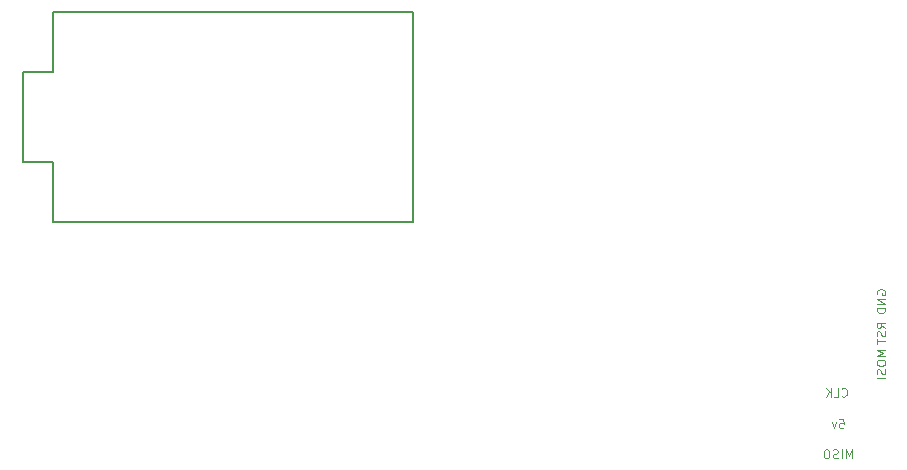
<source format=gbr>
%TF.GenerationSoftware,KiCad,Pcbnew,(5.1.10)-1*%
%TF.CreationDate,2021-07-14T17:28:46+02:00*%
%TF.ProjectId,kailh-keys,6b61696c-682d-46b6-9579-732e6b696361,rev?*%
%TF.SameCoordinates,Original*%
%TF.FileFunction,Legend,Bot*%
%TF.FilePolarity,Positive*%
%FSLAX46Y46*%
G04 Gerber Fmt 4.6, Leading zero omitted, Abs format (unit mm)*
G04 Created by KiCad (PCBNEW (5.1.10)-1) date 2021-07-14 17:28:46*
%MOMM*%
%LPD*%
G01*
G04 APERTURE LIST*
%ADD10C,0.100000*%
%ADD11C,0.150000*%
G04 APERTURE END LIST*
D10*
X237369000Y-63944571D02*
X237333285Y-63873142D01*
X237333285Y-63766000D01*
X237369000Y-63658857D01*
X237440428Y-63587428D01*
X237511857Y-63551714D01*
X237654714Y-63516000D01*
X237761857Y-63516000D01*
X237904714Y-63551714D01*
X237976142Y-63587428D01*
X238047571Y-63658857D01*
X238083285Y-63766000D01*
X238083285Y-63837428D01*
X238047571Y-63944571D01*
X238011857Y-63980285D01*
X237761857Y-63980285D01*
X237761857Y-63837428D01*
X238083285Y-64301714D02*
X237333285Y-64301714D01*
X238083285Y-64730285D01*
X237333285Y-64730285D01*
X238083285Y-65087428D02*
X237333285Y-65087428D01*
X237333285Y-65266000D01*
X237369000Y-65373142D01*
X237440428Y-65444571D01*
X237511857Y-65480285D01*
X237654714Y-65516000D01*
X237761857Y-65516000D01*
X237904714Y-65480285D01*
X237976142Y-65444571D01*
X238047571Y-65373142D01*
X238083285Y-65266000D01*
X238083285Y-65087428D01*
X238083285Y-66772285D02*
X237726142Y-66522285D01*
X238083285Y-66343714D02*
X237333285Y-66343714D01*
X237333285Y-66629428D01*
X237369000Y-66700857D01*
X237404714Y-66736571D01*
X237476142Y-66772285D01*
X237583285Y-66772285D01*
X237654714Y-66736571D01*
X237690428Y-66700857D01*
X237726142Y-66629428D01*
X237726142Y-66343714D01*
X238047571Y-67058000D02*
X238083285Y-67165142D01*
X238083285Y-67343714D01*
X238047571Y-67415142D01*
X238011857Y-67450857D01*
X237940428Y-67486571D01*
X237869000Y-67486571D01*
X237797571Y-67450857D01*
X237761857Y-67415142D01*
X237726142Y-67343714D01*
X237690428Y-67200857D01*
X237654714Y-67129428D01*
X237619000Y-67093714D01*
X237547571Y-67058000D01*
X237476142Y-67058000D01*
X237404714Y-67093714D01*
X237369000Y-67129428D01*
X237333285Y-67200857D01*
X237333285Y-67379428D01*
X237369000Y-67486571D01*
X237333285Y-67700857D02*
X237333285Y-68129428D01*
X238083285Y-67915142D02*
X237333285Y-67915142D01*
X238083285Y-68671428D02*
X237333285Y-68671428D01*
X237869000Y-68921428D01*
X237333285Y-69171428D01*
X238083285Y-69171428D01*
X237333285Y-69671428D02*
X237333285Y-69814285D01*
X237369000Y-69885714D01*
X237440428Y-69957142D01*
X237583285Y-69992857D01*
X237833285Y-69992857D01*
X237976142Y-69957142D01*
X238047571Y-69885714D01*
X238083285Y-69814285D01*
X238083285Y-69671428D01*
X238047571Y-69600000D01*
X237976142Y-69528571D01*
X237833285Y-69492857D01*
X237583285Y-69492857D01*
X237440428Y-69528571D01*
X237369000Y-69600000D01*
X237333285Y-69671428D01*
X238047571Y-70278571D02*
X238083285Y-70385714D01*
X238083285Y-70564285D01*
X238047571Y-70635714D01*
X238011857Y-70671428D01*
X237940428Y-70707142D01*
X237869000Y-70707142D01*
X237797571Y-70671428D01*
X237761857Y-70635714D01*
X237726142Y-70564285D01*
X237690428Y-70421428D01*
X237654714Y-70350000D01*
X237619000Y-70314285D01*
X237547571Y-70278571D01*
X237476142Y-70278571D01*
X237404714Y-70314285D01*
X237369000Y-70350000D01*
X237333285Y-70421428D01*
X237333285Y-70600000D01*
X237369000Y-70707142D01*
X238083285Y-71028571D02*
X237333285Y-71028571D01*
X234380428Y-72530857D02*
X234416142Y-72566571D01*
X234523285Y-72602285D01*
X234594714Y-72602285D01*
X234701857Y-72566571D01*
X234773285Y-72495142D01*
X234809000Y-72423714D01*
X234844714Y-72280857D01*
X234844714Y-72173714D01*
X234809000Y-72030857D01*
X234773285Y-71959428D01*
X234701857Y-71888000D01*
X234594714Y-71852285D01*
X234523285Y-71852285D01*
X234416142Y-71888000D01*
X234380428Y-71923714D01*
X233701857Y-72602285D02*
X234059000Y-72602285D01*
X234059000Y-71852285D01*
X233451857Y-72602285D02*
X233451857Y-71852285D01*
X233023285Y-72602285D02*
X233344714Y-72173714D01*
X233023285Y-71852285D02*
X233451857Y-72280857D01*
X234168142Y-74519285D02*
X234525285Y-74519285D01*
X234561000Y-74876428D01*
X234525285Y-74840714D01*
X234453857Y-74805000D01*
X234275285Y-74805000D01*
X234203857Y-74840714D01*
X234168142Y-74876428D01*
X234132428Y-74947857D01*
X234132428Y-75126428D01*
X234168142Y-75197857D01*
X234203857Y-75233571D01*
X234275285Y-75269285D01*
X234453857Y-75269285D01*
X234525285Y-75233571D01*
X234561000Y-75197857D01*
X233882428Y-74769285D02*
X233703857Y-75269285D01*
X233525285Y-74769285D01*
X235239571Y-77809285D02*
X235239571Y-77059285D01*
X234989571Y-77595000D01*
X234739571Y-77059285D01*
X234739571Y-77809285D01*
X234382428Y-77809285D02*
X234382428Y-77059285D01*
X234061000Y-77773571D02*
X233953857Y-77809285D01*
X233775285Y-77809285D01*
X233703857Y-77773571D01*
X233668142Y-77737857D01*
X233632428Y-77666428D01*
X233632428Y-77595000D01*
X233668142Y-77523571D01*
X233703857Y-77487857D01*
X233775285Y-77452142D01*
X233918142Y-77416428D01*
X233989571Y-77380714D01*
X234025285Y-77345000D01*
X234061000Y-77273571D01*
X234061000Y-77202142D01*
X234025285Y-77130714D01*
X233989571Y-77095000D01*
X233918142Y-77059285D01*
X233739571Y-77059285D01*
X233632428Y-77095000D01*
X233168142Y-77059285D02*
X233025285Y-77059285D01*
X232953857Y-77095000D01*
X232882428Y-77166428D01*
X232846714Y-77309285D01*
X232846714Y-77559285D01*
X232882428Y-77702142D01*
X232953857Y-77773571D01*
X233025285Y-77809285D01*
X233168142Y-77809285D01*
X233239571Y-77773571D01*
X233311000Y-77702142D01*
X233346714Y-77559285D01*
X233346714Y-77309285D01*
X233311000Y-77166428D01*
X233239571Y-77095000D01*
X233168142Y-77059285D01*
D11*
%TO.C,U2*%
X167564000Y-40005000D02*
X198044000Y-40005000D01*
X167564000Y-45085000D02*
X167564000Y-40005000D01*
X165024000Y-45085000D02*
X167564000Y-45085000D01*
X165024000Y-52705000D02*
X165024000Y-45085000D01*
X167564000Y-52705000D02*
X165024000Y-52705000D01*
X167564000Y-57785000D02*
X167564000Y-52705000D01*
X198044000Y-57785000D02*
X167564000Y-57785000D01*
X198044000Y-40005000D02*
X198044000Y-57785000D01*
%TD*%
M02*

</source>
